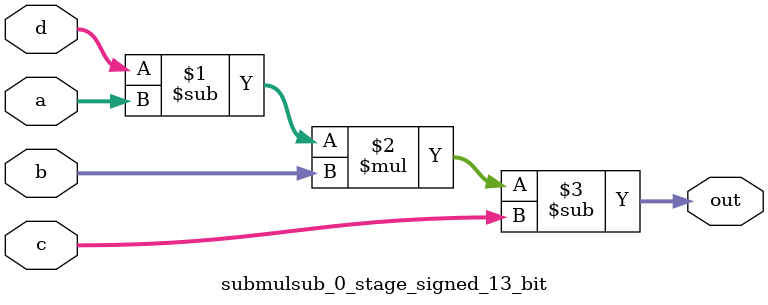
<source format=sv>
(* use_dsp = "yes" *) module submulsub_0_stage_signed_13_bit(
	input signed [12:0] a,
	input signed [12:0] b,
	input signed [12:0] c,
	input signed [12:0] d,
	output [12:0] out
	);

	assign out = ((d - a) * b) - c;
endmodule

</source>
